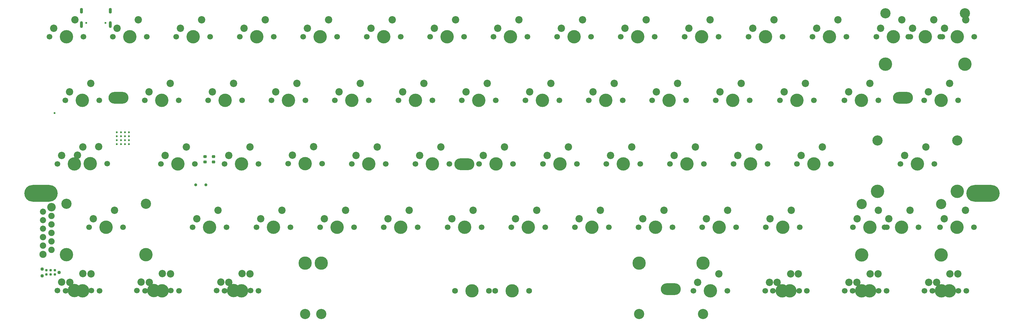
<source format=gbr>
%TF.GenerationSoftware,KiCad,Pcbnew,7.0.1-0*%
%TF.CreationDate,2023-08-05T13:33:11+05:30*%
%TF.ProjectId,Keyboard_60%,4b657962-6f61-4726-945f-3630252e6b69,rev?*%
%TF.SameCoordinates,Original*%
%TF.FileFunction,Soldermask,Top*%
%TF.FilePolarity,Negative*%
%FSLAX46Y46*%
G04 Gerber Fmt 4.6, Leading zero omitted, Abs format (unit mm)*
G04 Created by KiCad (PCBNEW 7.0.1-0) date 2023-08-05 13:33:11*
%MOMM*%
%LPD*%
G01*
G04 APERTURE LIST*
G04 Aperture macros list*
%AMRoundRect*
0 Rectangle with rounded corners*
0 $1 Rounding radius*
0 $2 $3 $4 $5 $6 $7 $8 $9 X,Y pos of 4 corners*
0 Add a 4 corners polygon primitive as box body*
4,1,4,$2,$3,$4,$5,$6,$7,$8,$9,$2,$3,0*
0 Add four circle primitives for the rounded corners*
1,1,$1+$1,$2,$3*
1,1,$1+$1,$4,$5*
1,1,$1+$1,$6,$7*
1,1,$1+$1,$8,$9*
0 Add four rect primitives between the rounded corners*
20,1,$1+$1,$2,$3,$4,$5,0*
20,1,$1+$1,$4,$5,$6,$7,0*
20,1,$1+$1,$6,$7,$8,$9,0*
20,1,$1+$1,$8,$9,$2,$3,0*%
G04 Aperture macros list end*
%ADD10C,1.700000*%
%ADD11C,4.000000*%
%ADD12C,2.200000*%
%ADD13C,2.150000*%
%ADD14C,2.550000*%
%ADD15C,1.900000*%
%ADD16C,1.850000*%
%ADD17O,9.999980X5.001260*%
%ADD18C,3.050000*%
%ADD19O,6.000000X3.500000*%
%ADD20C,3.987800*%
%ADD21C,3.048000*%
%ADD22C,1.750000*%
%ADD23C,1.016000*%
%ADD24C,0.787400*%
%ADD25RoundRect,0.218750X-0.256250X0.218750X-0.256250X-0.218750X0.256250X-0.218750X0.256250X0.218750X0*%
%ADD26C,0.600000*%
%ADD27C,0.900000*%
%ADD28O,0.900000X1.700000*%
%ADD29O,0.900000X2.000000*%
G04 APERTURE END LIST*
D10*
%TO.C,MX17*%
X9280000Y-28680000D03*
D11*
X14360000Y-28680000D03*
D10*
X19440000Y-28680000D03*
D12*
X10550000Y-26140000D03*
X16900000Y-23600000D03*
%TD*%
D10*
%TO.C,MX68*%
X33160000Y-85700000D03*
D11*
X38240000Y-85700000D03*
D10*
X43320000Y-85700000D03*
D12*
X34430000Y-83160000D03*
X40780000Y-80620000D03*
%TD*%
D10*
%TO.C,MX3*%
X42480000Y-9580000D03*
D11*
X47560000Y-9580000D03*
D10*
X52640000Y-9580000D03*
D12*
X43750000Y-7040000D03*
X50100000Y-4500000D03*
%TD*%
D10*
%TO.C,MX34*%
X56910000Y-47670000D03*
D11*
X61990000Y-47670000D03*
D10*
X67070000Y-47670000D03*
D12*
X58180000Y-45130000D03*
X64530000Y-42590000D03*
%TD*%
D10*
%TO.C,MX61*%
X54520000Y-85680000D03*
D11*
X59600000Y-85680000D03*
D10*
X64680000Y-85680000D03*
D12*
X55790000Y-83140000D03*
X62140000Y-80600000D03*
%TD*%
D10*
%TO.C,MX59*%
X6850000Y-85680000D03*
D11*
X11930000Y-85680000D03*
D10*
X17010000Y-85680000D03*
D12*
X8120000Y-83140000D03*
X14470000Y-80600000D03*
%TD*%
D10*
%TO.C,MX56*%
X245085000Y-66700000D03*
D11*
X250165000Y-66700000D03*
D10*
X255245000Y-66700000D03*
D12*
X246355000Y-64160000D03*
X252705000Y-61620000D03*
%TD*%
D10*
%TO.C,MX18*%
X33080000Y-28680000D03*
D11*
X38160000Y-28680000D03*
D10*
X43240000Y-28680000D03*
D12*
X34350000Y-26140000D03*
X40700000Y-23600000D03*
%TD*%
D10*
%TO.C,MX5*%
X80480000Y-9580000D03*
D11*
X85560000Y-9580000D03*
D10*
X90640000Y-9580000D03*
D12*
X81750000Y-7040000D03*
X88100000Y-4500000D03*
%TD*%
D10*
%TO.C,MX26*%
X184980000Y-28680000D03*
D11*
X190060000Y-28680000D03*
D10*
X195140000Y-28680000D03*
D12*
X186250000Y-26140000D03*
X192600000Y-23600000D03*
%TD*%
D10*
%TO.C,MX19*%
X51980000Y-28680000D03*
D11*
X57060000Y-28680000D03*
D10*
X62140000Y-28680000D03*
D12*
X53250000Y-26140000D03*
X59600000Y-23600000D03*
%TD*%
D13*
%TO.C,J3*%
X2560000Y-74780000D03*
D14*
X5100000Y-60690000D03*
D15*
X2560000Y-72180000D03*
X2560000Y-69640000D03*
D16*
X2560000Y-67100000D03*
X2560000Y-64560000D03*
X2560000Y-62020000D03*
D15*
X5100000Y-73450000D03*
X5100000Y-70910000D03*
X5100000Y-68370000D03*
X5100000Y-65830000D03*
X5100000Y-63290000D03*
%TD*%
D10*
%TO.C,MX40*%
X171265000Y-47680000D03*
D11*
X176345000Y-47680000D03*
D10*
X181425000Y-47680000D03*
D12*
X172535000Y-45140000D03*
X178885000Y-42600000D03*
%TD*%
D10*
%TO.C,MX41*%
X190265000Y-47680000D03*
D11*
X195345000Y-47680000D03*
D10*
X200425000Y-47680000D03*
D12*
X191535000Y-45140000D03*
X197885000Y-42600000D03*
%TD*%
D17*
%TO.C,H5*%
X2000000Y-56500000D03*
%TD*%
D10*
%TO.C,MX57*%
X271165000Y-66700000D03*
D11*
X276245000Y-66700000D03*
D10*
X281325000Y-66700000D03*
D12*
X272435000Y-64160000D03*
X278785000Y-61620000D03*
%TD*%
D18*
%TO.C,MX45*%
X9570000Y-59680000D03*
D11*
X9570000Y-74920000D03*
D10*
X16390000Y-66680000D03*
D11*
X21470000Y-66680000D03*
D10*
X26550000Y-66680000D03*
D18*
X33370000Y-59680000D03*
D11*
X33370000Y-74920000D03*
D12*
X17660000Y-64140000D03*
X24010000Y-61600000D03*
%TD*%
D10*
%TO.C,MX33*%
X37840000Y-47670000D03*
D11*
X42920000Y-47670000D03*
D10*
X48000000Y-47670000D03*
D12*
X39110000Y-45130000D03*
X45460000Y-42590000D03*
%TD*%
D10*
%TO.C,MX69*%
X56940000Y-85705000D03*
D11*
X62020000Y-85705000D03*
D10*
X67100000Y-85705000D03*
D12*
X58210000Y-83165000D03*
X64560000Y-80625000D03*
%TD*%
D10*
%TO.C,MX20*%
X70980000Y-28680000D03*
D11*
X76060000Y-28680000D03*
D10*
X81140000Y-28680000D03*
D12*
X72250000Y-26140000D03*
X78600000Y-23600000D03*
%TD*%
D10*
%TO.C,MX24*%
X146980000Y-28680000D03*
D11*
X152060000Y-28680000D03*
D10*
X157140000Y-28680000D03*
D12*
X148250000Y-26140000D03*
X154600000Y-23600000D03*
%TD*%
D10*
%TO.C,MX8*%
X137480000Y-9580000D03*
D11*
X142560000Y-9580000D03*
D10*
X147640000Y-9580000D03*
D12*
X138750000Y-7040000D03*
X145100000Y-4500000D03*
%TD*%
D10*
%TO.C,MX48*%
X85500000Y-66680000D03*
D11*
X90580000Y-66680000D03*
D10*
X95660000Y-66680000D03*
D12*
X86770000Y-64140000D03*
X93120000Y-61600000D03*
%TD*%
D10*
%TO.C,MX51*%
X142780000Y-66680000D03*
D11*
X147860000Y-66680000D03*
D10*
X152940000Y-66680000D03*
D12*
X144050000Y-64140000D03*
X150400000Y-61600000D03*
%TD*%
D10*
%TO.C,MX7*%
X118480000Y-9580000D03*
D11*
X123560000Y-9580000D03*
D10*
X128640000Y-9580000D03*
D12*
X119750000Y-7040000D03*
X126100000Y-4500000D03*
%TD*%
D10*
%TO.C,MX2*%
X23480000Y-9580000D03*
D11*
X28560000Y-9580000D03*
D10*
X33640000Y-9580000D03*
D12*
X24750000Y-7040000D03*
X31100000Y-4500000D03*
%TD*%
D19*
%TO.C,H2*%
X260050000Y-27900000D03*
%TD*%
%TO.C,H3*%
X128700000Y-47800000D03*
%TD*%
D10*
%TO.C,MX31*%
X11640000Y-47650000D03*
D11*
X16720000Y-47650000D03*
D10*
X21800000Y-47650000D03*
D12*
X12910000Y-45110000D03*
X19260000Y-42570000D03*
%TD*%
D20*
%TO.C,MX62*%
X81035000Y-77445000D03*
D21*
X81035000Y-92685000D03*
D22*
X125954900Y-85700000D03*
D20*
X131034900Y-85700000D03*
D22*
X136114900Y-85700000D03*
D20*
X181034800Y-77445000D03*
D21*
X181034800Y-92685000D03*
%TD*%
D10*
%TO.C,MX47*%
X66450000Y-66680000D03*
D11*
X71530000Y-66680000D03*
D10*
X76610000Y-66680000D03*
D12*
X67720000Y-64140000D03*
X74070000Y-61600000D03*
%TD*%
D18*
%TO.C,MX16*%
X254795000Y-2580000D03*
D11*
X254795000Y-17820000D03*
D10*
X261615000Y-9580000D03*
D11*
X266695000Y-9580000D03*
D10*
X271775000Y-9580000D03*
D18*
X278595000Y-2580000D03*
D11*
X278595000Y-17820000D03*
D12*
X262885000Y-7040000D03*
X269235000Y-4500000D03*
%TD*%
D19*
%TO.C,H1*%
X25200000Y-27900000D03*
%TD*%
D23*
%TO.C,J5*%
X7375000Y-80200000D03*
X2295000Y-81216000D03*
X2295000Y-79184000D03*
D24*
X6105000Y-79565000D03*
X6105000Y-80835000D03*
X4835000Y-79565000D03*
X4835000Y-80835000D03*
X3565000Y-79565000D03*
X3565000Y-80835000D03*
%TD*%
D10*
%TO.C,MX55*%
X218980000Y-66680000D03*
D11*
X224060000Y-66680000D03*
D10*
X229140000Y-66680000D03*
D12*
X220250000Y-64140000D03*
X226600000Y-61600000D03*
%TD*%
D10*
%TO.C,MX32*%
X6880000Y-47680000D03*
D11*
X11960000Y-47680000D03*
D10*
X17040000Y-47680000D03*
D12*
X8150000Y-45140000D03*
X14500000Y-42600000D03*
%TD*%
D10*
%TO.C,MX13*%
X232980000Y-9580000D03*
D11*
X238060000Y-9580000D03*
D10*
X243140000Y-9580000D03*
D12*
X234250000Y-7040000D03*
X240600000Y-4500000D03*
%TD*%
D10*
%TO.C,MX27*%
X203980000Y-28680000D03*
D11*
X209060000Y-28680000D03*
D10*
X214140000Y-28680000D03*
D12*
X205250000Y-26140000D03*
X211600000Y-23600000D03*
%TD*%
D10*
%TO.C,MX30*%
X266410000Y-28680000D03*
D11*
X271490000Y-28680000D03*
D10*
X276570000Y-28680000D03*
D12*
X267680000Y-26140000D03*
X274030000Y-23600000D03*
%TD*%
D10*
%TO.C,MX35*%
X75960000Y-47660000D03*
D11*
X81040000Y-47660000D03*
D10*
X86120000Y-47660000D03*
D12*
X77230000Y-45120000D03*
X83580000Y-42580000D03*
%TD*%
D25*
%TO.C,D1*%
X51100000Y-45512500D03*
X51100000Y-47087500D03*
%TD*%
D10*
%TO.C,MX64*%
X221125000Y-85750000D03*
D11*
X226205000Y-85750000D03*
D10*
X231285000Y-85750000D03*
D12*
X222395000Y-83210000D03*
X228745000Y-80670000D03*
%TD*%
D18*
%TO.C,MX58*%
X247685000Y-59700000D03*
D11*
X247685000Y-74940000D03*
D10*
X254505000Y-66700000D03*
D11*
X259585000Y-66700000D03*
D10*
X264665000Y-66700000D03*
D18*
X271485000Y-59700000D03*
D11*
X271485000Y-74940000D03*
D12*
X255775000Y-64160000D03*
X262125000Y-61620000D03*
%TD*%
D10*
%TO.C,MX72*%
X242640000Y-85705000D03*
D11*
X247720000Y-85705000D03*
D10*
X252800000Y-85705000D03*
D12*
X243910000Y-83165000D03*
X250260000Y-80625000D03*
%TD*%
D10*
%TO.C,MX67*%
X9380000Y-85705000D03*
D11*
X14460000Y-85705000D03*
D10*
X19540000Y-85705000D03*
D12*
X10650000Y-83165000D03*
X17000000Y-80625000D03*
%TD*%
D10*
%TO.C,MX42*%
X209315000Y-47680000D03*
D11*
X214395000Y-47680000D03*
D10*
X219475000Y-47680000D03*
D12*
X210585000Y-45140000D03*
X216935000Y-42600000D03*
%TD*%
D10*
%TO.C,MX28*%
X223215000Y-28680000D03*
D11*
X228295000Y-28680000D03*
D10*
X233375000Y-28680000D03*
D12*
X224485000Y-26140000D03*
X230835000Y-23600000D03*
%TD*%
D10*
%TO.C,MX66*%
X268805000Y-85750000D03*
D11*
X273885000Y-85750000D03*
D10*
X278965000Y-85750000D03*
D12*
X270075000Y-83210000D03*
X276425000Y-80670000D03*
%TD*%
D10*
%TO.C,MX49*%
X104610000Y-66680000D03*
D11*
X109690000Y-66680000D03*
D10*
X114770000Y-66680000D03*
D12*
X105880000Y-64140000D03*
X112230000Y-61600000D03*
%TD*%
D10*
%TO.C,MX10*%
X175580000Y-9580000D03*
D11*
X180660000Y-9580000D03*
D10*
X185740000Y-9580000D03*
D12*
X176850000Y-7040000D03*
X183200000Y-4500000D03*
%TD*%
D19*
%TO.C,H4*%
X190500000Y-85200000D03*
%TD*%
D10*
%TO.C,MX15*%
X271180000Y-9580000D03*
D11*
X276260000Y-9580000D03*
D10*
X281340000Y-9580000D03*
D12*
X272450000Y-7040000D03*
X278800000Y-4500000D03*
%TD*%
D10*
%TO.C,MX21*%
X89980000Y-28680000D03*
D11*
X95060000Y-28680000D03*
D10*
X100140000Y-28680000D03*
D12*
X91250000Y-26140000D03*
X97600000Y-23600000D03*
%TD*%
D10*
%TO.C,MX43*%
X228315000Y-47680000D03*
D11*
X233395000Y-47680000D03*
D10*
X238475000Y-47680000D03*
D12*
X229585000Y-45140000D03*
X235935000Y-42600000D03*
%TD*%
D10*
%TO.C,MX39*%
X152265000Y-47680000D03*
D11*
X157345000Y-47680000D03*
D10*
X162425000Y-47680000D03*
D12*
X153535000Y-45140000D03*
X159885000Y-42600000D03*
%TD*%
D10*
%TO.C,MX29*%
X242480000Y-28680000D03*
D11*
X247560000Y-28680000D03*
D10*
X252640000Y-28680000D03*
D12*
X243750000Y-26140000D03*
X250100000Y-23600000D03*
%TD*%
D10*
%TO.C,MX73*%
X266440000Y-85690000D03*
D11*
X271520000Y-85690000D03*
D10*
X276600000Y-85690000D03*
D12*
X267710000Y-83150000D03*
X274060000Y-80610000D03*
%TD*%
D10*
%TO.C,MX60*%
X30680000Y-85680000D03*
D11*
X35760000Y-85680000D03*
D10*
X40840000Y-85680000D03*
D12*
X31950000Y-83140000D03*
X38300000Y-80600000D03*
%TD*%
D10*
%TO.C,MX23*%
X127980000Y-28680000D03*
D11*
X133060000Y-28680000D03*
D10*
X138140000Y-28680000D03*
D12*
X129250000Y-26140000D03*
X135600000Y-23600000D03*
%TD*%
D10*
%TO.C,MX46*%
X47350000Y-66680000D03*
D11*
X52430000Y-66680000D03*
D10*
X57510000Y-66680000D03*
D12*
X48620000Y-64140000D03*
X54970000Y-61600000D03*
%TD*%
D20*
%TO.C,MX70*%
X85840000Y-77465000D03*
D21*
X85840000Y-92705000D03*
D22*
X137910000Y-85720000D03*
D20*
X142990000Y-85720000D03*
D22*
X148070000Y-85720000D03*
D20*
X200140000Y-77465000D03*
D21*
X200140000Y-92705000D03*
%TD*%
D10*
%TO.C,MX11*%
X194680000Y-9580000D03*
D11*
X199760000Y-9580000D03*
D10*
X204840000Y-9580000D03*
D12*
X195950000Y-7040000D03*
X202300000Y-4500000D03*
%TD*%
D10*
%TO.C,MX9*%
X156480000Y-9580000D03*
D11*
X161560000Y-9580000D03*
D10*
X166640000Y-9580000D03*
D12*
X157750000Y-7040000D03*
X164100000Y-4500000D03*
%TD*%
D10*
%TO.C,MX12*%
X213780000Y-9580000D03*
D11*
X218860000Y-9580000D03*
D10*
X223940000Y-9580000D03*
D12*
X215050000Y-7040000D03*
X221400000Y-4500000D03*
%TD*%
D10*
%TO.C,MX50*%
X123690000Y-66680000D03*
D11*
X128770000Y-66680000D03*
D10*
X133850000Y-66680000D03*
D12*
X124960000Y-64140000D03*
X131310000Y-61600000D03*
%TD*%
D10*
%TO.C,MX6*%
X99480000Y-9580000D03*
D11*
X104560000Y-9580000D03*
D10*
X109640000Y-9580000D03*
D12*
X100750000Y-7040000D03*
X107100000Y-4500000D03*
%TD*%
D25*
%TO.C,D2*%
X53600000Y-45512500D03*
X53600000Y-47087500D03*
%TD*%
D10*
%TO.C,MX1*%
X4480000Y-9580000D03*
D11*
X9560000Y-9580000D03*
D10*
X14640000Y-9580000D03*
D12*
X5750000Y-7040000D03*
X12100000Y-4500000D03*
%TD*%
D17*
%TO.C,H6*%
X284000000Y-56500000D03*
%TD*%
D10*
%TO.C,MX54*%
X199950000Y-66680000D03*
D11*
X205030000Y-66680000D03*
D10*
X210110000Y-66680000D03*
D12*
X201220000Y-64140000D03*
X207570000Y-61600000D03*
%TD*%
D10*
%TO.C,MX4*%
X61480000Y-9580000D03*
D11*
X66560000Y-9580000D03*
D10*
X71640000Y-9580000D03*
D12*
X62750000Y-7040000D03*
X69100000Y-4500000D03*
%TD*%
D10*
%TO.C,MX22*%
X108980000Y-28680000D03*
D11*
X114060000Y-28680000D03*
D10*
X119140000Y-28680000D03*
D12*
X110250000Y-26140000D03*
X116600000Y-23600000D03*
%TD*%
D10*
%TO.C,MX14*%
X252080000Y-9580000D03*
D11*
X257160000Y-9580000D03*
D10*
X262240000Y-9580000D03*
D12*
X253350000Y-7040000D03*
X259700000Y-4500000D03*
%TD*%
D10*
%TO.C,MX65*%
X244975000Y-85750000D03*
D11*
X250055000Y-85750000D03*
D10*
X255135000Y-85750000D03*
D12*
X246245000Y-83210000D03*
X252595000Y-80670000D03*
%TD*%
D10*
%TO.C,MX53*%
X180910000Y-66680000D03*
D11*
X185990000Y-66680000D03*
D10*
X191070000Y-66680000D03*
D12*
X182180000Y-64140000D03*
X188530000Y-61600000D03*
%TD*%
D10*
%TO.C,MX38*%
X133150000Y-47710000D03*
D11*
X138230000Y-47710000D03*
D10*
X143310000Y-47710000D03*
D12*
X134420000Y-45170000D03*
X140770000Y-42630000D03*
%TD*%
D10*
%TO.C,MX37*%
X114100000Y-47710000D03*
D11*
X119180000Y-47710000D03*
D10*
X124260000Y-47710000D03*
D12*
X115370000Y-45170000D03*
X121720000Y-42630000D03*
%TD*%
D10*
%TO.C,MX52*%
X161840000Y-66680000D03*
D11*
X166920000Y-66680000D03*
D10*
X172000000Y-66680000D03*
D12*
X163110000Y-64140000D03*
X169460000Y-61600000D03*
%TD*%
D10*
%TO.C,MX63*%
X197325000Y-85700000D03*
D11*
X202405000Y-85700000D03*
D10*
X207485000Y-85700000D03*
D12*
X198595000Y-83160000D03*
X204945000Y-80620000D03*
%TD*%
D18*
%TO.C,MX44*%
X252460000Y-40680000D03*
D11*
X252460000Y-55920000D03*
D10*
X259280000Y-47680000D03*
D11*
X264360000Y-47680000D03*
D10*
X269440000Y-47680000D03*
D18*
X276260000Y-40680000D03*
D11*
X276260000Y-55920000D03*
D12*
X260550000Y-45140000D03*
X266900000Y-42600000D03*
%TD*%
D10*
%TO.C,MX71*%
X218840000Y-85745000D03*
D11*
X223920000Y-85745000D03*
D10*
X229000000Y-85745000D03*
D12*
X220110000Y-83205000D03*
X226460000Y-80665000D03*
%TD*%
D10*
%TO.C,MX25*%
X165980000Y-28680000D03*
D11*
X171060000Y-28680000D03*
D10*
X176140000Y-28680000D03*
D12*
X167250000Y-26140000D03*
X173600000Y-23600000D03*
%TD*%
D10*
%TO.C,MX36*%
X95040000Y-47690000D03*
D11*
X100120000Y-47690000D03*
D10*
X105200000Y-47690000D03*
D12*
X96310000Y-45150000D03*
X102660000Y-42610000D03*
%TD*%
D26*
%TO.C,U3*%
X28300000Y-38200000D03*
X27100000Y-38200000D03*
X25900000Y-38200000D03*
X24700000Y-38200000D03*
X28300000Y-39400000D03*
X27100000Y-39400000D03*
X25900000Y-39400000D03*
X24700000Y-39400000D03*
X28300000Y-40600000D03*
X27100000Y-40600000D03*
X25900000Y-40600000D03*
X24700000Y-40600000D03*
X28300000Y-41800000D03*
X27100000Y-41800000D03*
X25900000Y-41800000D03*
X24700000Y-41800000D03*
%TD*%
D27*
%TO.C,SW1*%
X51300000Y-53940000D03*
X48300000Y-53940000D03*
%TD*%
D26*
%TO.C,J4*%
X15510000Y-5480000D03*
X21290000Y-5480000D03*
D28*
X14075000Y-1800000D03*
D29*
X14075000Y-5970000D03*
D28*
X22725000Y-1800000D03*
D29*
X22725000Y-5970000D03*
%TD*%
D26*
%TO.C,AE1*%
X6045000Y-32450000D03*
%TD*%
M02*

</source>
